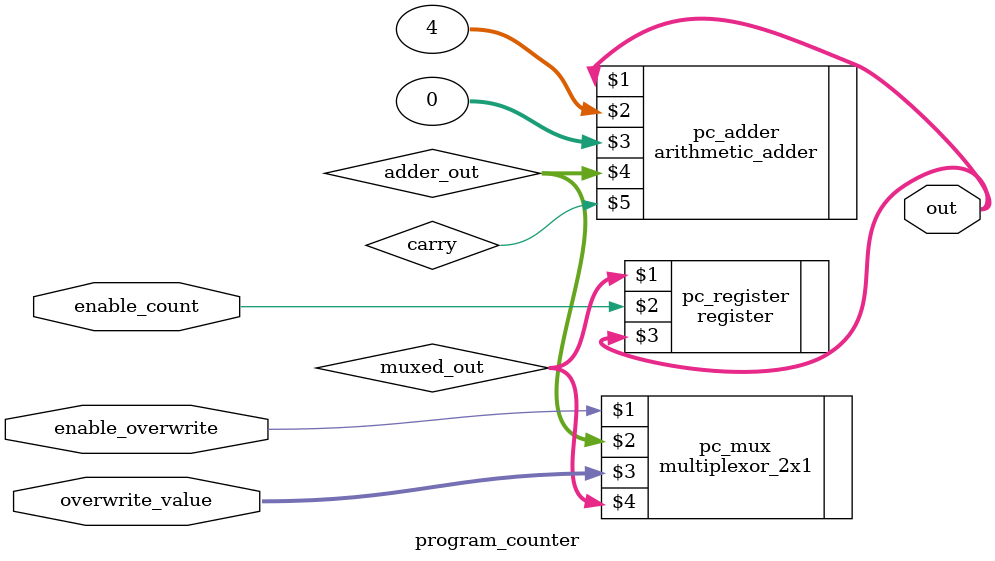
<source format=v>
module program_counter(input        enable_count,
                       input        enable_overwrite,
                       input[31:0]  overwrite_value,
                       output[31:0] out);

    wire[31:0] adder_out;
    wire[31:0] muxed_out;
    wire       carry;
    wire       write_pc;

    arithmetic_adder#(32) pc_adder(out, 4, 0, adder_out, carry);

    multiplexor_2x1#(32)  pc_mux(enable_overwrite, adder_out, overwrite_value,
                                 muxed_out);

    register#(32)         pc_register(muxed_out, enable_count, out);

endmodule

</source>
